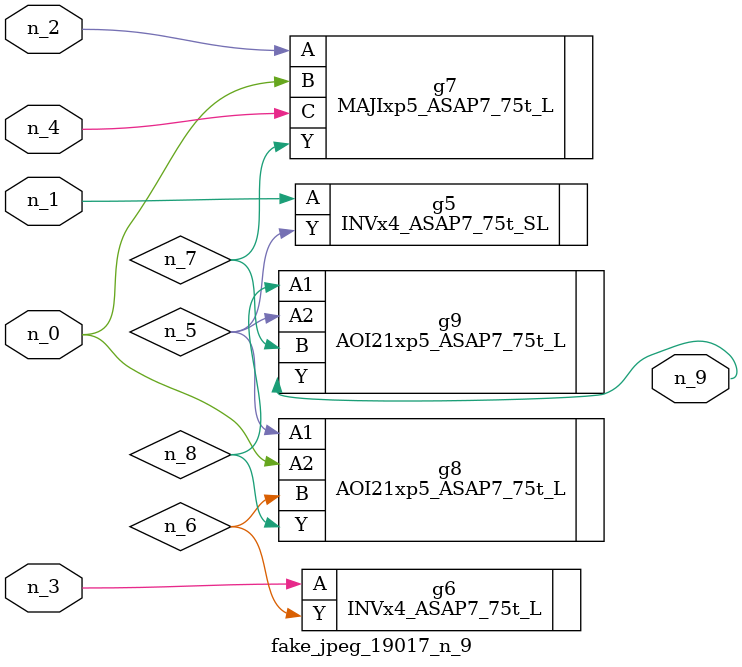
<source format=v>
module fake_jpeg_19017_n_9 (n_3, n_2, n_1, n_0, n_4, n_9);

input n_3;
input n_2;
input n_1;
input n_0;
input n_4;

output n_9;

wire n_8;
wire n_6;
wire n_5;
wire n_7;

INVx4_ASAP7_75t_SL g5 ( 
.A(n_1),
.Y(n_5)
);

INVx4_ASAP7_75t_L g6 ( 
.A(n_3),
.Y(n_6)
);

MAJIxp5_ASAP7_75t_L g7 ( 
.A(n_2),
.B(n_0),
.C(n_4),
.Y(n_7)
);

AOI21xp5_ASAP7_75t_L g8 ( 
.A1(n_5),
.A2(n_0),
.B(n_6),
.Y(n_8)
);

AOI21xp5_ASAP7_75t_L g9 ( 
.A1(n_8),
.A2(n_5),
.B(n_7),
.Y(n_9)
);


endmodule
</source>
